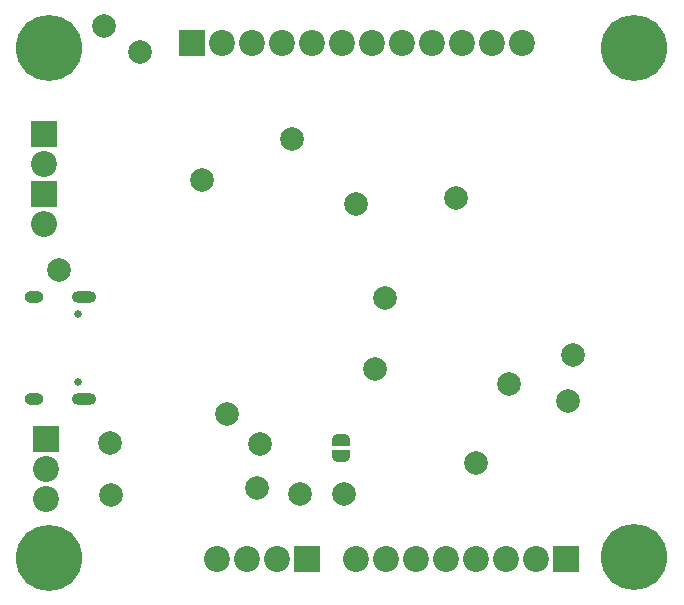
<source format=gbs>
G04 #@! TF.GenerationSoftware,KiCad,Pcbnew,8.0.6*
G04 #@! TF.CreationDate,2024-11-26T20:52:08-08:00*
G04 #@! TF.ProjectId,Constellation Stack V1.1,436f6e73-7465-46c6-9c61-74696f6e2053,rev?*
G04 #@! TF.SameCoordinates,Original*
G04 #@! TF.FileFunction,Soldermask,Bot*
G04 #@! TF.FilePolarity,Negative*
%FSLAX46Y46*%
G04 Gerber Fmt 4.6, Leading zero omitted, Abs format (unit mm)*
G04 Created by KiCad (PCBNEW 8.0.6) date 2024-11-26 20:52:08*
%MOMM*%
%LPD*%
G01*
G04 APERTURE LIST*
G04 Aperture macros list*
%AMFreePoly0*
4,1,19,0.500000,-0.750000,0.000000,-0.750000,0.000000,-0.744911,-0.071157,-0.744911,-0.207708,-0.704816,-0.327430,-0.627875,-0.420627,-0.520320,-0.479746,-0.390866,-0.500000,-0.250000,-0.500000,0.250000,-0.479746,0.390866,-0.420627,0.520320,-0.327430,0.627875,-0.207708,0.704816,-0.071157,0.744911,0.000000,0.744911,0.000000,0.750000,0.500000,0.750000,0.500000,-0.750000,0.500000,-0.750000,
$1*%
%AMFreePoly1*
4,1,19,0.000000,0.744911,0.071157,0.744911,0.207708,0.704816,0.327430,0.627875,0.420627,0.520320,0.479746,0.390866,0.500000,0.250000,0.500000,-0.250000,0.479746,-0.390866,0.420627,-0.520320,0.327430,-0.627875,0.207708,-0.704816,0.071157,-0.744911,0.000000,-0.744911,0.000000,-0.750000,-0.500000,-0.750000,-0.500000,0.750000,0.000000,0.750000,0.000000,0.744911,0.000000,0.744911,
$1*%
G04 Aperture macros list end*
%ADD10C,2.000000*%
%ADD11C,5.600000*%
%ADD12C,0.650000*%
%ADD13O,2.100000X1.000000*%
%ADD14O,1.600000X1.000000*%
%ADD15O,2.200000X2.200000*%
%ADD16R,2.200000X2.200000*%
%ADD17C,2.200000*%
%ADD18FreePoly0,90.000000*%
%ADD19FreePoly1,90.000000*%
G04 APERTURE END LIST*
D10*
X50450000Y-67000000D03*
X54170000Y-67000000D03*
X56810000Y-56400000D03*
X57640000Y-50440000D03*
X34410000Y-67130000D03*
X34370000Y-62680000D03*
X47070000Y-62810000D03*
X44280000Y-60270000D03*
X46810000Y-66500000D03*
X63670000Y-41940000D03*
X65330000Y-64400000D03*
X55190000Y-42440001D03*
X73090000Y-59160000D03*
X73540000Y-55260000D03*
X68090000Y-57670000D03*
X30010000Y-48060000D03*
X49750000Y-36960000D03*
X42160000Y-40440000D03*
X36880000Y-29630000D03*
X33860000Y-27360000D03*
D11*
X29210000Y-29210000D03*
X29210000Y-72390000D03*
D12*
X31620000Y-51780000D03*
X31620000Y-57560000D03*
D13*
X32120000Y-50350000D03*
D14*
X27940000Y-50350000D03*
D13*
X32120000Y-58990000D03*
D14*
X27940000Y-58990000D03*
D11*
X78740000Y-29210000D03*
X78740000Y-72380000D03*
D15*
X28790000Y-44160000D03*
D16*
X28790000Y-41620000D03*
D17*
X28790000Y-39080000D03*
D16*
X28790000Y-36540000D03*
X41260000Y-28850000D03*
D17*
X43800000Y-28850000D03*
X46340000Y-28850000D03*
X48880000Y-28850000D03*
X51420000Y-28850000D03*
X53960000Y-28850000D03*
X56500000Y-28850000D03*
X59040000Y-28850000D03*
X61580000Y-28850000D03*
X64120000Y-28850000D03*
X66660000Y-28850000D03*
X69200000Y-28850000D03*
D18*
X53890000Y-63777501D03*
D19*
X53890000Y-62477501D03*
D16*
X51050000Y-72520000D03*
D17*
X48510000Y-72520000D03*
X45970000Y-72520000D03*
X43430000Y-72520000D03*
X28910000Y-67460000D03*
X28910000Y-64920000D03*
D16*
X28910000Y-62380000D03*
X72930000Y-72530000D03*
D17*
X70390000Y-72530000D03*
X67850000Y-72530000D03*
X65310000Y-72530000D03*
X62770000Y-72530000D03*
X60230000Y-72530000D03*
X57690000Y-72530000D03*
X55150000Y-72530000D03*
M02*

</source>
